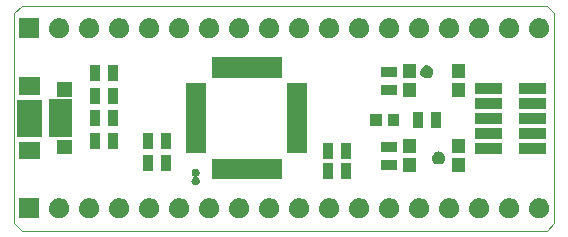
<source format=gts>
G04 #@! TF.FileFunction,Soldermask,Top*
%FSLAX46Y46*%
G04 Gerber Fmt 4.6, Leading zero omitted, Abs format (unit mm)*
G04 Created by KiCad (PCBNEW 4.0.0-stable) date 03/01/2016 13:37:16*
%MOMM*%
G01*
G04 APERTURE LIST*
%ADD10C,0.150000*%
%ADD11C,0.101600*%
G04 APERTURE END LIST*
D10*
D11*
X635000Y0D02*
X45085000Y0D01*
X635000Y19050000D02*
X45085000Y19050000D01*
X45720000Y635000D02*
X45085000Y0D01*
X45720000Y18415000D02*
X45720000Y635000D01*
X45085000Y19050000D02*
X45720000Y18415000D01*
X0Y18415000D02*
X635000Y19050000D01*
X0Y635000D02*
X0Y18415000D01*
X635000Y0D02*
X0Y635000D01*
D10*
G36*
X24219279Y2754436D02*
X24382570Y2720917D01*
X24536236Y2656322D01*
X24674433Y2563108D01*
X24791893Y2444824D01*
X24884140Y2305982D01*
X24947661Y2151868D01*
X24979971Y1988691D01*
X24979971Y1988681D01*
X24980037Y1988347D01*
X24977378Y1797951D01*
X24977302Y1797617D01*
X24977302Y1797605D01*
X24940451Y1635401D01*
X24872649Y1483117D01*
X24776562Y1346905D01*
X24655843Y1231946D01*
X24515102Y1142630D01*
X24359688Y1082347D01*
X24195529Y1053402D01*
X24028872Y1056893D01*
X23866062Y1092689D01*
X23713315Y1159423D01*
X23576429Y1254561D01*
X23460634Y1374470D01*
X23370337Y1514583D01*
X23308972Y1669572D01*
X23278880Y1833533D01*
X23281208Y2000209D01*
X23315864Y2163256D01*
X23381534Y2316473D01*
X23475710Y2454014D01*
X23594810Y2570646D01*
X23734292Y2661921D01*
X23888848Y2724365D01*
X24052586Y2755600D01*
X24219279Y2754436D01*
X24219279Y2754436D01*
G37*
G36*
X44539279Y2754436D02*
X44702570Y2720917D01*
X44856236Y2656322D01*
X44994433Y2563108D01*
X45111893Y2444824D01*
X45204140Y2305982D01*
X45267661Y2151868D01*
X45299971Y1988691D01*
X45299971Y1988681D01*
X45300037Y1988347D01*
X45297378Y1797951D01*
X45297302Y1797617D01*
X45297302Y1797605D01*
X45260451Y1635401D01*
X45192649Y1483117D01*
X45096562Y1346905D01*
X44975843Y1231946D01*
X44835102Y1142630D01*
X44679688Y1082347D01*
X44515529Y1053402D01*
X44348872Y1056893D01*
X44186062Y1092689D01*
X44033315Y1159423D01*
X43896429Y1254561D01*
X43780634Y1374470D01*
X43690337Y1514583D01*
X43628972Y1669572D01*
X43598880Y1833533D01*
X43601208Y2000209D01*
X43635864Y2163256D01*
X43701534Y2316473D01*
X43795710Y2454014D01*
X43914810Y2570646D01*
X44054292Y2661921D01*
X44208848Y2724365D01*
X44372586Y2755600D01*
X44539279Y2754436D01*
X44539279Y2754436D01*
G37*
G36*
X3899279Y2754436D02*
X4062570Y2720917D01*
X4216236Y2656322D01*
X4354433Y2563108D01*
X4471893Y2444824D01*
X4564140Y2305982D01*
X4627661Y2151868D01*
X4659971Y1988691D01*
X4659971Y1988681D01*
X4660037Y1988347D01*
X4657378Y1797951D01*
X4657302Y1797617D01*
X4657302Y1797605D01*
X4620451Y1635401D01*
X4552649Y1483117D01*
X4456562Y1346905D01*
X4335843Y1231946D01*
X4195102Y1142630D01*
X4039688Y1082347D01*
X3875529Y1053402D01*
X3708872Y1056893D01*
X3546062Y1092689D01*
X3393315Y1159423D01*
X3256429Y1254561D01*
X3140634Y1374470D01*
X3050337Y1514583D01*
X2988972Y1669572D01*
X2958880Y1833533D01*
X2961208Y2000209D01*
X2995864Y2163256D01*
X3061534Y2316473D01*
X3155710Y2454014D01*
X3274810Y2570646D01*
X3414292Y2661921D01*
X3568848Y2724365D01*
X3732586Y2755600D01*
X3899279Y2754436D01*
X3899279Y2754436D01*
G37*
G36*
X41999279Y2754436D02*
X42162570Y2720917D01*
X42316236Y2656322D01*
X42454433Y2563108D01*
X42571893Y2444824D01*
X42664140Y2305982D01*
X42727661Y2151868D01*
X42759971Y1988691D01*
X42759971Y1988681D01*
X42760037Y1988347D01*
X42757378Y1797951D01*
X42757302Y1797617D01*
X42757302Y1797605D01*
X42720451Y1635401D01*
X42652649Y1483117D01*
X42556562Y1346905D01*
X42435843Y1231946D01*
X42295102Y1142630D01*
X42139688Y1082347D01*
X41975529Y1053402D01*
X41808872Y1056893D01*
X41646062Y1092689D01*
X41493315Y1159423D01*
X41356429Y1254561D01*
X41240634Y1374470D01*
X41150337Y1514583D01*
X41088972Y1669572D01*
X41058880Y1833533D01*
X41061208Y2000209D01*
X41095864Y2163256D01*
X41161534Y2316473D01*
X41255710Y2454014D01*
X41374810Y2570646D01*
X41514292Y2661921D01*
X41668848Y2724365D01*
X41832586Y2755600D01*
X41999279Y2754436D01*
X41999279Y2754436D01*
G37*
G36*
X39459279Y2754436D02*
X39622570Y2720917D01*
X39776236Y2656322D01*
X39914433Y2563108D01*
X40031893Y2444824D01*
X40124140Y2305982D01*
X40187661Y2151868D01*
X40219971Y1988691D01*
X40219971Y1988681D01*
X40220037Y1988347D01*
X40217378Y1797951D01*
X40217302Y1797617D01*
X40217302Y1797605D01*
X40180451Y1635401D01*
X40112649Y1483117D01*
X40016562Y1346905D01*
X39895843Y1231946D01*
X39755102Y1142630D01*
X39599688Y1082347D01*
X39435529Y1053402D01*
X39268872Y1056893D01*
X39106062Y1092689D01*
X38953315Y1159423D01*
X38816429Y1254561D01*
X38700634Y1374470D01*
X38610337Y1514583D01*
X38548972Y1669572D01*
X38518880Y1833533D01*
X38521208Y2000209D01*
X38555864Y2163256D01*
X38621534Y2316473D01*
X38715710Y2454014D01*
X38834810Y2570646D01*
X38974292Y2661921D01*
X39128848Y2724365D01*
X39292586Y2755600D01*
X39459279Y2754436D01*
X39459279Y2754436D01*
G37*
G36*
X36919279Y2754436D02*
X37082570Y2720917D01*
X37236236Y2656322D01*
X37374433Y2563108D01*
X37491893Y2444824D01*
X37584140Y2305982D01*
X37647661Y2151868D01*
X37679971Y1988691D01*
X37679971Y1988681D01*
X37680037Y1988347D01*
X37677378Y1797951D01*
X37677302Y1797617D01*
X37677302Y1797605D01*
X37640451Y1635401D01*
X37572649Y1483117D01*
X37476562Y1346905D01*
X37355843Y1231946D01*
X37215102Y1142630D01*
X37059688Y1082347D01*
X36895529Y1053402D01*
X36728872Y1056893D01*
X36566062Y1092689D01*
X36413315Y1159423D01*
X36276429Y1254561D01*
X36160634Y1374470D01*
X36070337Y1514583D01*
X36008972Y1669572D01*
X35978880Y1833533D01*
X35981208Y2000209D01*
X36015864Y2163256D01*
X36081534Y2316473D01*
X36175710Y2454014D01*
X36294810Y2570646D01*
X36434292Y2661921D01*
X36588848Y2724365D01*
X36752586Y2755600D01*
X36919279Y2754436D01*
X36919279Y2754436D01*
G37*
G36*
X34379279Y2754436D02*
X34542570Y2720917D01*
X34696236Y2656322D01*
X34834433Y2563108D01*
X34951893Y2444824D01*
X35044140Y2305982D01*
X35107661Y2151868D01*
X35139971Y1988691D01*
X35139971Y1988681D01*
X35140037Y1988347D01*
X35137378Y1797951D01*
X35137302Y1797617D01*
X35137302Y1797605D01*
X35100451Y1635401D01*
X35032649Y1483117D01*
X34936562Y1346905D01*
X34815843Y1231946D01*
X34675102Y1142630D01*
X34519688Y1082347D01*
X34355529Y1053402D01*
X34188872Y1056893D01*
X34026062Y1092689D01*
X33873315Y1159423D01*
X33736429Y1254561D01*
X33620634Y1374470D01*
X33530337Y1514583D01*
X33468972Y1669572D01*
X33438880Y1833533D01*
X33441208Y2000209D01*
X33475864Y2163256D01*
X33541534Y2316473D01*
X33635710Y2454014D01*
X33754810Y2570646D01*
X33894292Y2661921D01*
X34048848Y2724365D01*
X34212586Y2755600D01*
X34379279Y2754436D01*
X34379279Y2754436D01*
G37*
G36*
X31839278Y2754436D02*
X32002569Y2720917D01*
X32156235Y2656322D01*
X32294432Y2563108D01*
X32411892Y2444824D01*
X32504139Y2305982D01*
X32567660Y2151868D01*
X32599970Y1988691D01*
X32599970Y1988681D01*
X32600036Y1988347D01*
X32597377Y1797951D01*
X32597301Y1797617D01*
X32597301Y1797605D01*
X32560450Y1635401D01*
X32492648Y1483117D01*
X32396561Y1346905D01*
X32275842Y1231946D01*
X32135101Y1142630D01*
X31979687Y1082347D01*
X31815528Y1053402D01*
X31648871Y1056893D01*
X31486061Y1092689D01*
X31333314Y1159423D01*
X31196428Y1254561D01*
X31080633Y1374470D01*
X30990336Y1514583D01*
X30928971Y1669572D01*
X30898879Y1833533D01*
X30901207Y2000209D01*
X30935863Y2163256D01*
X31001533Y2316473D01*
X31095709Y2454014D01*
X31214809Y2570646D01*
X31354291Y2661921D01*
X31508847Y2724365D01*
X31672585Y2755600D01*
X31839278Y2754436D01*
X31839278Y2754436D01*
G37*
G36*
X29299279Y2754436D02*
X29462570Y2720917D01*
X29616236Y2656322D01*
X29754433Y2563108D01*
X29871893Y2444824D01*
X29964140Y2305982D01*
X30027661Y2151868D01*
X30059971Y1988691D01*
X30059971Y1988681D01*
X30060037Y1988347D01*
X30057378Y1797951D01*
X30057302Y1797617D01*
X30057302Y1797605D01*
X30020451Y1635401D01*
X29952649Y1483117D01*
X29856562Y1346905D01*
X29735843Y1231946D01*
X29595102Y1142630D01*
X29439688Y1082347D01*
X29275529Y1053402D01*
X29108872Y1056893D01*
X28946062Y1092689D01*
X28793315Y1159423D01*
X28656429Y1254561D01*
X28540634Y1374470D01*
X28450337Y1514583D01*
X28388972Y1669572D01*
X28358880Y1833533D01*
X28361208Y2000209D01*
X28395864Y2163256D01*
X28461534Y2316473D01*
X28555710Y2454014D01*
X28674810Y2570646D01*
X28814292Y2661921D01*
X28968848Y2724365D01*
X29132586Y2755600D01*
X29299279Y2754436D01*
X29299279Y2754436D01*
G37*
G36*
X21679279Y2754436D02*
X21842570Y2720917D01*
X21996236Y2656322D01*
X22134433Y2563108D01*
X22251893Y2444824D01*
X22344140Y2305982D01*
X22407661Y2151868D01*
X22439971Y1988691D01*
X22439971Y1988681D01*
X22440037Y1988347D01*
X22437378Y1797951D01*
X22437302Y1797617D01*
X22437302Y1797605D01*
X22400451Y1635401D01*
X22332649Y1483117D01*
X22236562Y1346905D01*
X22115843Y1231946D01*
X21975102Y1142630D01*
X21819688Y1082347D01*
X21655529Y1053402D01*
X21488872Y1056893D01*
X21326062Y1092689D01*
X21173315Y1159423D01*
X21036429Y1254561D01*
X20920634Y1374470D01*
X20830337Y1514583D01*
X20768972Y1669572D01*
X20738880Y1833533D01*
X20741208Y2000209D01*
X20775864Y2163256D01*
X20841534Y2316473D01*
X20935710Y2454014D01*
X21054810Y2570646D01*
X21194292Y2661921D01*
X21348848Y2724365D01*
X21512586Y2755600D01*
X21679279Y2754436D01*
X21679279Y2754436D01*
G37*
G36*
X26759279Y2754436D02*
X26922570Y2720917D01*
X27076236Y2656322D01*
X27214433Y2563108D01*
X27331893Y2444824D01*
X27424140Y2305982D01*
X27487661Y2151868D01*
X27519971Y1988691D01*
X27519971Y1988681D01*
X27520037Y1988347D01*
X27517378Y1797951D01*
X27517302Y1797617D01*
X27517302Y1797605D01*
X27480451Y1635401D01*
X27412649Y1483117D01*
X27316562Y1346905D01*
X27195843Y1231946D01*
X27055102Y1142630D01*
X26899688Y1082347D01*
X26735529Y1053402D01*
X26568872Y1056893D01*
X26406062Y1092689D01*
X26253315Y1159423D01*
X26116429Y1254561D01*
X26000634Y1374470D01*
X25910337Y1514583D01*
X25848972Y1669572D01*
X25818880Y1833533D01*
X25821208Y2000209D01*
X25855864Y2163256D01*
X25921534Y2316473D01*
X26015710Y2454014D01*
X26134810Y2570646D01*
X26274292Y2661921D01*
X26428848Y2724365D01*
X26592586Y2755600D01*
X26759279Y2754436D01*
X26759279Y2754436D01*
G37*
G36*
X6439279Y2754436D02*
X6602570Y2720917D01*
X6756236Y2656322D01*
X6894433Y2563108D01*
X7011893Y2444824D01*
X7104140Y2305982D01*
X7167661Y2151868D01*
X7199971Y1988691D01*
X7199971Y1988681D01*
X7200037Y1988347D01*
X7197378Y1797951D01*
X7197302Y1797617D01*
X7197302Y1797605D01*
X7160451Y1635401D01*
X7092649Y1483117D01*
X6996562Y1346905D01*
X6875843Y1231946D01*
X6735102Y1142630D01*
X6579688Y1082347D01*
X6415529Y1053402D01*
X6248872Y1056893D01*
X6086062Y1092689D01*
X5933315Y1159423D01*
X5796429Y1254561D01*
X5680634Y1374470D01*
X5590337Y1514583D01*
X5528972Y1669572D01*
X5498880Y1833533D01*
X5501208Y2000209D01*
X5535864Y2163256D01*
X5601534Y2316473D01*
X5695710Y2454014D01*
X5814810Y2570646D01*
X5954292Y2661921D01*
X6108848Y2724365D01*
X6272586Y2755600D01*
X6439279Y2754436D01*
X6439279Y2754436D01*
G37*
G36*
X8979279Y2754436D02*
X9142570Y2720917D01*
X9296236Y2656322D01*
X9434433Y2563108D01*
X9551893Y2444824D01*
X9644140Y2305982D01*
X9707661Y2151868D01*
X9739971Y1988691D01*
X9739971Y1988681D01*
X9740037Y1988347D01*
X9737378Y1797951D01*
X9737302Y1797617D01*
X9737302Y1797605D01*
X9700451Y1635401D01*
X9632649Y1483117D01*
X9536562Y1346905D01*
X9415843Y1231946D01*
X9275102Y1142630D01*
X9119688Y1082347D01*
X8955529Y1053402D01*
X8788872Y1056893D01*
X8626062Y1092689D01*
X8473315Y1159423D01*
X8336429Y1254561D01*
X8220634Y1374470D01*
X8130337Y1514583D01*
X8068972Y1669572D01*
X8038880Y1833533D01*
X8041208Y2000209D01*
X8075864Y2163256D01*
X8141534Y2316473D01*
X8235710Y2454014D01*
X8354810Y2570646D01*
X8494292Y2661921D01*
X8648848Y2724365D01*
X8812586Y2755600D01*
X8979279Y2754436D01*
X8979279Y2754436D01*
G37*
G36*
X11519279Y2754436D02*
X11682570Y2720917D01*
X11836236Y2656322D01*
X11974433Y2563108D01*
X12091893Y2444824D01*
X12184140Y2305982D01*
X12247661Y2151868D01*
X12279971Y1988691D01*
X12279971Y1988681D01*
X12280037Y1988347D01*
X12277378Y1797951D01*
X12277302Y1797617D01*
X12277302Y1797605D01*
X12240451Y1635401D01*
X12172649Y1483117D01*
X12076562Y1346905D01*
X11955843Y1231946D01*
X11815102Y1142630D01*
X11659688Y1082347D01*
X11495529Y1053402D01*
X11328872Y1056893D01*
X11166062Y1092689D01*
X11013315Y1159423D01*
X10876429Y1254561D01*
X10760634Y1374470D01*
X10670337Y1514583D01*
X10608972Y1669572D01*
X10578880Y1833533D01*
X10581208Y2000209D01*
X10615864Y2163256D01*
X10681534Y2316473D01*
X10775710Y2454014D01*
X10894810Y2570646D01*
X11034292Y2661921D01*
X11188848Y2724365D01*
X11352586Y2755600D01*
X11519279Y2754436D01*
X11519279Y2754436D01*
G37*
G36*
X14059280Y2754436D02*
X14222571Y2720917D01*
X14376237Y2656322D01*
X14514434Y2563108D01*
X14631894Y2444824D01*
X14724141Y2305982D01*
X14787662Y2151868D01*
X14819972Y1988691D01*
X14819972Y1988681D01*
X14820038Y1988347D01*
X14817379Y1797951D01*
X14817303Y1797617D01*
X14817303Y1797605D01*
X14780452Y1635401D01*
X14712650Y1483117D01*
X14616563Y1346905D01*
X14495844Y1231946D01*
X14355103Y1142630D01*
X14199689Y1082347D01*
X14035530Y1053402D01*
X13868873Y1056893D01*
X13706063Y1092689D01*
X13553316Y1159423D01*
X13416430Y1254561D01*
X13300635Y1374470D01*
X13210338Y1514583D01*
X13148973Y1669572D01*
X13118881Y1833533D01*
X13121209Y2000209D01*
X13155865Y2163256D01*
X13221535Y2316473D01*
X13315711Y2454014D01*
X13434811Y2570646D01*
X13574293Y2661921D01*
X13728849Y2724365D01*
X13892587Y2755600D01*
X14059280Y2754436D01*
X14059280Y2754436D01*
G37*
G36*
X16599279Y2754436D02*
X16762570Y2720917D01*
X16916236Y2656322D01*
X17054433Y2563108D01*
X17171893Y2444824D01*
X17264140Y2305982D01*
X17327661Y2151868D01*
X17359971Y1988691D01*
X17359971Y1988681D01*
X17360037Y1988347D01*
X17357378Y1797951D01*
X17357302Y1797617D01*
X17357302Y1797605D01*
X17320451Y1635401D01*
X17252649Y1483117D01*
X17156562Y1346905D01*
X17035843Y1231946D01*
X16895102Y1142630D01*
X16739688Y1082347D01*
X16575529Y1053402D01*
X16408872Y1056893D01*
X16246062Y1092689D01*
X16093315Y1159423D01*
X15956429Y1254561D01*
X15840634Y1374470D01*
X15750337Y1514583D01*
X15688972Y1669572D01*
X15658880Y1833533D01*
X15661208Y2000209D01*
X15695864Y2163256D01*
X15761534Y2316473D01*
X15855710Y2454014D01*
X15974810Y2570646D01*
X16114292Y2661921D01*
X16268848Y2724365D01*
X16432586Y2755600D01*
X16599279Y2754436D01*
X16599279Y2754436D01*
G37*
G36*
X19139279Y2754436D02*
X19302570Y2720917D01*
X19456236Y2656322D01*
X19594433Y2563108D01*
X19711893Y2444824D01*
X19804140Y2305982D01*
X19867661Y2151868D01*
X19899971Y1988691D01*
X19899971Y1988681D01*
X19900037Y1988347D01*
X19897378Y1797951D01*
X19897302Y1797617D01*
X19897302Y1797605D01*
X19860451Y1635401D01*
X19792649Y1483117D01*
X19696562Y1346905D01*
X19575843Y1231946D01*
X19435102Y1142630D01*
X19279688Y1082347D01*
X19115529Y1053402D01*
X18948872Y1056893D01*
X18786062Y1092689D01*
X18633315Y1159423D01*
X18496429Y1254561D01*
X18380634Y1374470D01*
X18290337Y1514583D01*
X18228972Y1669572D01*
X18198880Y1833533D01*
X18201208Y2000209D01*
X18235864Y2163256D01*
X18301534Y2316473D01*
X18395710Y2454014D01*
X18514810Y2570646D01*
X18654292Y2661921D01*
X18808848Y2724365D01*
X18972586Y2755600D01*
X19139279Y2754436D01*
X19139279Y2754436D01*
G37*
G36*
X2120000Y1055000D02*
X420000Y1055000D01*
X420000Y2755000D01*
X2120000Y2755000D01*
X2120000Y1055000D01*
X2120000Y1055000D01*
G37*
G36*
X15432327Y5266552D02*
X15432336Y5266549D01*
X15432377Y5266545D01*
X15497630Y5246346D01*
X15557718Y5213857D01*
X15610350Y5170316D01*
X15653522Y5117381D01*
X15685591Y5057069D01*
X15705334Y4991676D01*
X15712000Y4923694D01*
X15712000Y4920306D01*
X15711966Y4915419D01*
X15704352Y4847537D01*
X15683697Y4782426D01*
X15650790Y4722568D01*
X15606882Y4670241D01*
X15553647Y4627438D01*
X15532053Y4616149D01*
X15520769Y4608044D01*
X15512080Y4596978D01*
X15506819Y4583929D01*
X15505401Y4569931D01*
X15507940Y4556092D01*
X15514233Y4543508D01*
X15523783Y4533176D01*
X15531350Y4528114D01*
X15557718Y4513857D01*
X15610350Y4470316D01*
X15653522Y4417381D01*
X15685591Y4357069D01*
X15705334Y4291676D01*
X15712000Y4223694D01*
X15712000Y4220306D01*
X15711966Y4215419D01*
X15704352Y4147537D01*
X15683697Y4082426D01*
X15650790Y4022568D01*
X15606882Y3970241D01*
X15553647Y3927438D01*
X15493112Y3895792D01*
X15427583Y3876505D01*
X15427546Y3876502D01*
X15427537Y3876499D01*
X15359559Y3870313D01*
X15291673Y3877448D01*
X15291664Y3877451D01*
X15291623Y3877455D01*
X15226370Y3897654D01*
X15166282Y3930143D01*
X15113650Y3973684D01*
X15070478Y4026619D01*
X15038409Y4086931D01*
X15018666Y4152324D01*
X15012000Y4220306D01*
X15012000Y4223694D01*
X15012034Y4228581D01*
X15019648Y4296463D01*
X15040303Y4361574D01*
X15073210Y4421432D01*
X15117118Y4473759D01*
X15170353Y4516562D01*
X15191947Y4527851D01*
X15203231Y4535956D01*
X15211920Y4547022D01*
X15217181Y4560071D01*
X15218599Y4574069D01*
X15216060Y4587908D01*
X15209767Y4600492D01*
X15200217Y4610824D01*
X15192650Y4615886D01*
X15166282Y4630143D01*
X15113650Y4673684D01*
X15070478Y4726619D01*
X15038409Y4786931D01*
X15018666Y4852324D01*
X15012000Y4920306D01*
X15012000Y4923694D01*
X15012034Y4928581D01*
X15019648Y4996463D01*
X15040303Y5061574D01*
X15073210Y5121432D01*
X15117118Y5173759D01*
X15170353Y5216562D01*
X15230888Y5248208D01*
X15296417Y5267495D01*
X15296454Y5267498D01*
X15296463Y5267501D01*
X15364441Y5273687D01*
X15432327Y5266552D01*
X15432327Y5266552D01*
G37*
G36*
X22657740Y4378020D02*
X16712260Y4378020D01*
X16712260Y6076620D01*
X22657740Y6076620D01*
X22657740Y4378020D01*
X22657740Y4378020D01*
G37*
G36*
X28484500Y4408500D02*
X27649500Y4408500D01*
X27649500Y5751500D01*
X28484500Y5751500D01*
X28484500Y4408500D01*
X28484500Y4408500D01*
G37*
G36*
X26960500Y4408500D02*
X26125500Y4408500D01*
X26125500Y5751500D01*
X26960500Y5751500D01*
X26960500Y4408500D01*
X26960500Y4408500D01*
G37*
G36*
X38160000Y4950000D02*
X37060000Y4950000D01*
X37060000Y6150000D01*
X38160000Y6150000D01*
X38160000Y4950000D01*
X38160000Y4950000D01*
G37*
G36*
X34060000Y4950000D02*
X32960000Y4950000D01*
X32960000Y6150000D01*
X34060000Y6150000D01*
X34060000Y4950000D01*
X34060000Y4950000D01*
G37*
G36*
X11720500Y5043500D02*
X10885500Y5043500D01*
X10885500Y6386500D01*
X11720500Y6386500D01*
X11720500Y5043500D01*
X11720500Y5043500D01*
G37*
G36*
X13244500Y5043500D02*
X12409500Y5043500D01*
X12409500Y6386500D01*
X13244500Y6386500D01*
X13244500Y5043500D01*
X13244500Y5043500D01*
G37*
G36*
X32421500Y5170500D02*
X31078500Y5170500D01*
X31078500Y6005500D01*
X32421500Y6005500D01*
X32421500Y5170500D01*
X32421500Y5170500D01*
G37*
G36*
X35992769Y6709635D02*
X36098428Y6687946D01*
X36197858Y6646150D01*
X36287283Y6585833D01*
X36363282Y6509300D01*
X36422975Y6419457D01*
X36464074Y6319741D01*
X36484958Y6214274D01*
X36484958Y6214259D01*
X36485023Y6213930D01*
X36483303Y6090733D01*
X36483227Y6090399D01*
X36483227Y6090388D01*
X36459409Y5985553D01*
X36415538Y5887017D01*
X36353365Y5798880D01*
X36275250Y5724493D01*
X36184184Y5666700D01*
X36083622Y5627694D01*
X35977402Y5608966D01*
X35869565Y5611224D01*
X35764216Y5634387D01*
X35665381Y5677567D01*
X35576806Y5739128D01*
X35501881Y5816715D01*
X35443452Y5907378D01*
X35403746Y6007663D01*
X35384274Y6113757D01*
X35385781Y6221606D01*
X35408205Y6327107D01*
X35450698Y6426248D01*
X35511636Y6515245D01*
X35588701Y6590713D01*
X35678953Y6649773D01*
X35778960Y6690178D01*
X35884907Y6710389D01*
X35992769Y6709635D01*
X35992769Y6709635D01*
G37*
G36*
X2170000Y6050000D02*
X370000Y6050000D01*
X370000Y7550000D01*
X2170000Y7550000D01*
X2170000Y6050000D01*
X2170000Y6050000D01*
G37*
G36*
X28484500Y6059500D02*
X27649500Y6059500D01*
X27649500Y7402500D01*
X28484500Y7402500D01*
X28484500Y6059500D01*
X28484500Y6059500D01*
G37*
G36*
X26960500Y6059500D02*
X26125500Y6059500D01*
X26125500Y7402500D01*
X26960500Y7402500D01*
X26960500Y6059500D01*
X26960500Y6059500D01*
G37*
G36*
X4894250Y6475490D02*
X3645230Y6475490D01*
X3645230Y7724510D01*
X4894250Y7724510D01*
X4894250Y6475490D01*
X4894250Y6475490D01*
G37*
G36*
X45028790Y6510350D02*
X42728210Y6510350D01*
X42728210Y7459650D01*
X45028790Y7459650D01*
X45028790Y6510350D01*
X45028790Y6510350D01*
G37*
G36*
X41282290Y6510350D02*
X38981710Y6510350D01*
X38981710Y7459650D01*
X41282290Y7459650D01*
X41282290Y6510350D01*
X41282290Y6510350D01*
G37*
G36*
X38160000Y6550000D02*
X37060000Y6550000D01*
X37060000Y7750000D01*
X38160000Y7750000D01*
X38160000Y6550000D01*
X38160000Y6550000D01*
G37*
G36*
X34060000Y6550000D02*
X32960000Y6550000D01*
X32960000Y7750000D01*
X34060000Y7750000D01*
X34060000Y6550000D01*
X34060000Y6550000D01*
G37*
G36*
X24831980Y6552260D02*
X23133380Y6552260D01*
X23133380Y12497740D01*
X24831980Y12497740D01*
X24831980Y6552260D01*
X24831980Y6552260D01*
G37*
G36*
X16236620Y6552260D02*
X14538020Y6552260D01*
X14538020Y12497740D01*
X16236620Y12497740D01*
X16236620Y6552260D01*
X16236620Y6552260D01*
G37*
G36*
X32421500Y6694500D02*
X31078500Y6694500D01*
X31078500Y7529500D01*
X32421500Y7529500D01*
X32421500Y6694500D01*
X32421500Y6694500D01*
G37*
G36*
X13244500Y6948500D02*
X12409500Y6948500D01*
X12409500Y8291500D01*
X13244500Y8291500D01*
X13244500Y6948500D01*
X13244500Y6948500D01*
G37*
G36*
X8799500Y6948500D02*
X7964500Y6948500D01*
X7964500Y8291500D01*
X8799500Y8291500D01*
X8799500Y6948500D01*
X8799500Y6948500D01*
G37*
G36*
X11720500Y6948500D02*
X10885500Y6948500D01*
X10885500Y8291500D01*
X11720500Y8291500D01*
X11720500Y6948500D01*
X11720500Y6948500D01*
G37*
G36*
X7275500Y6948500D02*
X6440500Y6948500D01*
X6440500Y8291500D01*
X7275500Y8291500D01*
X7275500Y6948500D01*
X7275500Y6948500D01*
G37*
G36*
X45028790Y7780350D02*
X42728210Y7780350D01*
X42728210Y8729650D01*
X45028790Y8729650D01*
X45028790Y7780350D01*
X45028790Y7780350D01*
G37*
G36*
X41282290Y7780350D02*
X38981710Y7780350D01*
X38981710Y8729650D01*
X41282290Y8729650D01*
X41282290Y7780350D01*
X41282290Y7780350D01*
G37*
G36*
X4894220Y7925130D02*
X2944220Y7925130D01*
X2944220Y11124870D01*
X4894220Y11124870D01*
X4894220Y7925130D01*
X4894220Y7925130D01*
G37*
G36*
X2319960Y7974660D02*
X220040Y7974660D01*
X220040Y11075340D01*
X2319960Y11075340D01*
X2319960Y7974660D01*
X2319960Y7974660D01*
G37*
G36*
X34580500Y8726500D02*
X33745500Y8726500D01*
X33745500Y10069500D01*
X34580500Y10069500D01*
X34580500Y8726500D01*
X34580500Y8726500D01*
G37*
G36*
X36104500Y8726500D02*
X35269500Y8726500D01*
X35269500Y10069500D01*
X36104500Y10069500D01*
X36104500Y8726500D01*
X36104500Y8726500D01*
G37*
G36*
X8799500Y8853500D02*
X7964500Y8853500D01*
X7964500Y10196500D01*
X8799500Y10196500D01*
X8799500Y8853500D01*
X8799500Y8853500D01*
G37*
G36*
X7275500Y8853500D02*
X6440500Y8853500D01*
X6440500Y10196500D01*
X7275500Y10196500D01*
X7275500Y8853500D01*
X7275500Y8853500D01*
G37*
G36*
X31118480Y8899220D02*
X30120920Y8899220D01*
X30120920Y9896780D01*
X31118480Y9896780D01*
X31118480Y8899220D01*
X31118480Y8899220D01*
G37*
G36*
X32617080Y8899220D02*
X31619520Y8899220D01*
X31619520Y9896780D01*
X32617080Y9896780D01*
X32617080Y8899220D01*
X32617080Y8899220D01*
G37*
G36*
X45028790Y9050350D02*
X42728210Y9050350D01*
X42728210Y9999650D01*
X45028790Y9999650D01*
X45028790Y9050350D01*
X45028790Y9050350D01*
G37*
G36*
X41282290Y9050350D02*
X38981710Y9050350D01*
X38981710Y9999650D01*
X41282290Y9999650D01*
X41282290Y9050350D01*
X41282290Y9050350D01*
G37*
G36*
X41282290Y10320350D02*
X38981710Y10320350D01*
X38981710Y11269650D01*
X41282290Y11269650D01*
X41282290Y10320350D01*
X41282290Y10320350D01*
G37*
G36*
X45028790Y10320350D02*
X42728210Y10320350D01*
X42728210Y11269650D01*
X45028790Y11269650D01*
X45028790Y10320350D01*
X45028790Y10320350D01*
G37*
G36*
X8799500Y10758500D02*
X7964500Y10758500D01*
X7964500Y12101500D01*
X8799500Y12101500D01*
X8799500Y10758500D01*
X8799500Y10758500D01*
G37*
G36*
X7275500Y10758500D02*
X6440500Y10758500D01*
X6440500Y12101500D01*
X7275500Y12101500D01*
X7275500Y10758500D01*
X7275500Y10758500D01*
G37*
G36*
X34060000Y11300000D02*
X32960000Y11300000D01*
X32960000Y12500000D01*
X34060000Y12500000D01*
X34060000Y11300000D01*
X34060000Y11300000D01*
G37*
G36*
X38160000Y11300000D02*
X37060000Y11300000D01*
X37060000Y12500000D01*
X38160000Y12500000D01*
X38160000Y11300000D01*
X38160000Y11300000D01*
G37*
G36*
X4894250Y11325490D02*
X3645230Y11325490D01*
X3645230Y12574510D01*
X4894250Y12574510D01*
X4894250Y11325490D01*
X4894250Y11325490D01*
G37*
G36*
X2170000Y11500000D02*
X370000Y11500000D01*
X370000Y13000000D01*
X2170000Y13000000D01*
X2170000Y11500000D01*
X2170000Y11500000D01*
G37*
G36*
X32421500Y11520500D02*
X31078500Y11520500D01*
X31078500Y12355500D01*
X32421500Y12355500D01*
X32421500Y11520500D01*
X32421500Y11520500D01*
G37*
G36*
X45028790Y11590350D02*
X42728210Y11590350D01*
X42728210Y12539650D01*
X45028790Y12539650D01*
X45028790Y11590350D01*
X45028790Y11590350D01*
G37*
G36*
X41282290Y11590350D02*
X38981710Y11590350D01*
X38981710Y12539650D01*
X41282290Y12539650D01*
X41282290Y11590350D01*
X41282290Y11590350D01*
G37*
G36*
X7275500Y12663500D02*
X6440500Y12663500D01*
X6440500Y14006500D01*
X7275500Y14006500D01*
X7275500Y12663500D01*
X7275500Y12663500D01*
G37*
G36*
X8799500Y12663500D02*
X7964500Y12663500D01*
X7964500Y14006500D01*
X8799500Y14006500D01*
X8799500Y12663500D01*
X8799500Y12663500D01*
G37*
G36*
X34060000Y12900000D02*
X32960000Y12900000D01*
X32960000Y14100000D01*
X34060000Y14100000D01*
X34060000Y12900000D01*
X34060000Y12900000D01*
G37*
G36*
X38160000Y12900000D02*
X37060000Y12900000D01*
X37060000Y14100000D01*
X38160000Y14100000D01*
X38160000Y12900000D01*
X38160000Y12900000D01*
G37*
G36*
X34992769Y14009635D02*
X35098428Y13987946D01*
X35197858Y13946150D01*
X35287283Y13885833D01*
X35363282Y13809300D01*
X35422975Y13719457D01*
X35464074Y13619741D01*
X35484958Y13514274D01*
X35484958Y13514259D01*
X35485023Y13513930D01*
X35483303Y13390733D01*
X35483227Y13390399D01*
X35483227Y13390388D01*
X35459409Y13285553D01*
X35415538Y13187017D01*
X35353365Y13098880D01*
X35275250Y13024493D01*
X35184184Y12966700D01*
X35083622Y12927694D01*
X34977402Y12908966D01*
X34869565Y12911224D01*
X34764216Y12934387D01*
X34665381Y12977567D01*
X34576806Y13039128D01*
X34501881Y13116715D01*
X34443452Y13207378D01*
X34403746Y13307663D01*
X34384274Y13413757D01*
X34385781Y13521606D01*
X34408205Y13627107D01*
X34450698Y13726248D01*
X34511636Y13815245D01*
X34588701Y13890713D01*
X34678953Y13949773D01*
X34778960Y13990178D01*
X34884907Y14010389D01*
X34992769Y14009635D01*
X34992769Y14009635D01*
G37*
G36*
X22657740Y12973380D02*
X16712260Y12973380D01*
X16712260Y14671980D01*
X22657740Y14671980D01*
X22657740Y12973380D01*
X22657740Y12973380D01*
G37*
G36*
X32421500Y13044500D02*
X31078500Y13044500D01*
X31078500Y13879500D01*
X32421500Y13879500D01*
X32421500Y13044500D01*
X32421500Y13044500D01*
G37*
G36*
X21679279Y17994436D02*
X21842570Y17960917D01*
X21996236Y17896322D01*
X22134433Y17803108D01*
X22251893Y17684824D01*
X22344140Y17545982D01*
X22407661Y17391868D01*
X22439971Y17228691D01*
X22439971Y17228681D01*
X22440037Y17228347D01*
X22437378Y17037951D01*
X22437302Y17037617D01*
X22437302Y17037605D01*
X22400451Y16875401D01*
X22332649Y16723117D01*
X22236562Y16586905D01*
X22115843Y16471946D01*
X21975102Y16382630D01*
X21819688Y16322347D01*
X21655529Y16293402D01*
X21488872Y16296893D01*
X21326062Y16332689D01*
X21173315Y16399423D01*
X21036429Y16494561D01*
X20920634Y16614470D01*
X20830337Y16754583D01*
X20768972Y16909572D01*
X20738880Y17073533D01*
X20741208Y17240209D01*
X20775864Y17403256D01*
X20841534Y17556473D01*
X20935710Y17694014D01*
X21054810Y17810646D01*
X21194292Y17901921D01*
X21348848Y17964365D01*
X21512586Y17995600D01*
X21679279Y17994436D01*
X21679279Y17994436D01*
G37*
G36*
X34379279Y17994436D02*
X34542570Y17960917D01*
X34696236Y17896322D01*
X34834433Y17803108D01*
X34951893Y17684824D01*
X35044140Y17545982D01*
X35107661Y17391868D01*
X35139971Y17228691D01*
X35139971Y17228681D01*
X35140037Y17228347D01*
X35137378Y17037951D01*
X35137302Y17037617D01*
X35137302Y17037605D01*
X35100451Y16875401D01*
X35032649Y16723117D01*
X34936562Y16586905D01*
X34815843Y16471946D01*
X34675102Y16382630D01*
X34519688Y16322347D01*
X34355529Y16293402D01*
X34188872Y16296893D01*
X34026062Y16332689D01*
X33873315Y16399423D01*
X33736429Y16494561D01*
X33620634Y16614470D01*
X33530337Y16754583D01*
X33468972Y16909572D01*
X33438880Y17073533D01*
X33441208Y17240209D01*
X33475864Y17403256D01*
X33541534Y17556473D01*
X33635710Y17694014D01*
X33754810Y17810646D01*
X33894292Y17901921D01*
X34048848Y17964365D01*
X34212586Y17995600D01*
X34379279Y17994436D01*
X34379279Y17994436D01*
G37*
G36*
X31839278Y17994436D02*
X32002569Y17960917D01*
X32156235Y17896322D01*
X32294432Y17803108D01*
X32411892Y17684824D01*
X32504139Y17545982D01*
X32567660Y17391868D01*
X32599970Y17228691D01*
X32599970Y17228681D01*
X32600036Y17228347D01*
X32597377Y17037951D01*
X32597301Y17037617D01*
X32597301Y17037605D01*
X32560450Y16875401D01*
X32492648Y16723117D01*
X32396561Y16586905D01*
X32275842Y16471946D01*
X32135101Y16382630D01*
X31979687Y16322347D01*
X31815528Y16293402D01*
X31648871Y16296893D01*
X31486061Y16332689D01*
X31333314Y16399423D01*
X31196428Y16494561D01*
X31080633Y16614470D01*
X30990336Y16754583D01*
X30928971Y16909572D01*
X30898879Y17073533D01*
X30901207Y17240209D01*
X30935863Y17403256D01*
X31001533Y17556473D01*
X31095709Y17694014D01*
X31214809Y17810646D01*
X31354291Y17901921D01*
X31508847Y17964365D01*
X31672585Y17995600D01*
X31839278Y17994436D01*
X31839278Y17994436D01*
G37*
G36*
X26759279Y17994436D02*
X26922570Y17960917D01*
X27076236Y17896322D01*
X27214433Y17803108D01*
X27331893Y17684824D01*
X27424140Y17545982D01*
X27487661Y17391868D01*
X27519971Y17228691D01*
X27519971Y17228681D01*
X27520037Y17228347D01*
X27517378Y17037951D01*
X27517302Y17037617D01*
X27517302Y17037605D01*
X27480451Y16875401D01*
X27412649Y16723117D01*
X27316562Y16586905D01*
X27195843Y16471946D01*
X27055102Y16382630D01*
X26899688Y16322347D01*
X26735529Y16293402D01*
X26568872Y16296893D01*
X26406062Y16332689D01*
X26253315Y16399423D01*
X26116429Y16494561D01*
X26000634Y16614470D01*
X25910337Y16754583D01*
X25848972Y16909572D01*
X25818880Y17073533D01*
X25821208Y17240209D01*
X25855864Y17403256D01*
X25921534Y17556473D01*
X26015710Y17694014D01*
X26134810Y17810646D01*
X26274292Y17901921D01*
X26428848Y17964365D01*
X26592586Y17995600D01*
X26759279Y17994436D01*
X26759279Y17994436D01*
G37*
G36*
X8979279Y17994436D02*
X9142570Y17960917D01*
X9296236Y17896322D01*
X9434433Y17803108D01*
X9551893Y17684824D01*
X9644140Y17545982D01*
X9707661Y17391868D01*
X9739971Y17228691D01*
X9739971Y17228681D01*
X9740037Y17228347D01*
X9737378Y17037951D01*
X9737302Y17037617D01*
X9737302Y17037605D01*
X9700451Y16875401D01*
X9632649Y16723117D01*
X9536562Y16586905D01*
X9415843Y16471946D01*
X9275102Y16382630D01*
X9119688Y16322347D01*
X8955529Y16293402D01*
X8788872Y16296893D01*
X8626062Y16332689D01*
X8473315Y16399423D01*
X8336429Y16494561D01*
X8220634Y16614470D01*
X8130337Y16754583D01*
X8068972Y16909572D01*
X8038880Y17073533D01*
X8041208Y17240209D01*
X8075864Y17403256D01*
X8141534Y17556473D01*
X8235710Y17694014D01*
X8354810Y17810646D01*
X8494292Y17901921D01*
X8648848Y17964365D01*
X8812586Y17995600D01*
X8979279Y17994436D01*
X8979279Y17994436D01*
G37*
G36*
X39459279Y17994436D02*
X39622570Y17960917D01*
X39776236Y17896322D01*
X39914433Y17803108D01*
X40031893Y17684824D01*
X40124140Y17545982D01*
X40187661Y17391868D01*
X40219971Y17228691D01*
X40219971Y17228681D01*
X40220037Y17228347D01*
X40217378Y17037951D01*
X40217302Y17037617D01*
X40217302Y17037605D01*
X40180451Y16875401D01*
X40112649Y16723117D01*
X40016562Y16586905D01*
X39895843Y16471946D01*
X39755102Y16382630D01*
X39599688Y16322347D01*
X39435529Y16293402D01*
X39268872Y16296893D01*
X39106062Y16332689D01*
X38953315Y16399423D01*
X38816429Y16494561D01*
X38700634Y16614470D01*
X38610337Y16754583D01*
X38548972Y16909572D01*
X38518880Y17073533D01*
X38521208Y17240209D01*
X38555864Y17403256D01*
X38621534Y17556473D01*
X38715710Y17694014D01*
X38834810Y17810646D01*
X38974292Y17901921D01*
X39128848Y17964365D01*
X39292586Y17995600D01*
X39459279Y17994436D01*
X39459279Y17994436D01*
G37*
G36*
X41999279Y17994436D02*
X42162570Y17960917D01*
X42316236Y17896322D01*
X42454433Y17803108D01*
X42571893Y17684824D01*
X42664140Y17545982D01*
X42727661Y17391868D01*
X42759971Y17228691D01*
X42759971Y17228681D01*
X42760037Y17228347D01*
X42757378Y17037951D01*
X42757302Y17037617D01*
X42757302Y17037605D01*
X42720451Y16875401D01*
X42652649Y16723117D01*
X42556562Y16586905D01*
X42435843Y16471946D01*
X42295102Y16382630D01*
X42139688Y16322347D01*
X41975529Y16293402D01*
X41808872Y16296893D01*
X41646062Y16332689D01*
X41493315Y16399423D01*
X41356429Y16494561D01*
X41240634Y16614470D01*
X41150337Y16754583D01*
X41088972Y16909572D01*
X41058880Y17073533D01*
X41061208Y17240209D01*
X41095864Y17403256D01*
X41161534Y17556473D01*
X41255710Y17694014D01*
X41374810Y17810646D01*
X41514292Y17901921D01*
X41668848Y17964365D01*
X41832586Y17995600D01*
X41999279Y17994436D01*
X41999279Y17994436D01*
G37*
G36*
X24219279Y17994436D02*
X24382570Y17960917D01*
X24536236Y17896322D01*
X24674433Y17803108D01*
X24791893Y17684824D01*
X24884140Y17545982D01*
X24947661Y17391868D01*
X24979971Y17228691D01*
X24979971Y17228681D01*
X24980037Y17228347D01*
X24977378Y17037951D01*
X24977302Y17037617D01*
X24977302Y17037605D01*
X24940451Y16875401D01*
X24872649Y16723117D01*
X24776562Y16586905D01*
X24655843Y16471946D01*
X24515102Y16382630D01*
X24359688Y16322347D01*
X24195529Y16293402D01*
X24028872Y16296893D01*
X23866062Y16332689D01*
X23713315Y16399423D01*
X23576429Y16494561D01*
X23460634Y16614470D01*
X23370337Y16754583D01*
X23308972Y16909572D01*
X23278880Y17073533D01*
X23281208Y17240209D01*
X23315864Y17403256D01*
X23381534Y17556473D01*
X23475710Y17694014D01*
X23594810Y17810646D01*
X23734292Y17901921D01*
X23888848Y17964365D01*
X24052586Y17995600D01*
X24219279Y17994436D01*
X24219279Y17994436D01*
G37*
G36*
X29299279Y17994436D02*
X29462570Y17960917D01*
X29616236Y17896322D01*
X29754433Y17803108D01*
X29871893Y17684824D01*
X29964140Y17545982D01*
X30027661Y17391868D01*
X30059971Y17228691D01*
X30059971Y17228681D01*
X30060037Y17228347D01*
X30057378Y17037951D01*
X30057302Y17037617D01*
X30057302Y17037605D01*
X30020451Y16875401D01*
X29952649Y16723117D01*
X29856562Y16586905D01*
X29735843Y16471946D01*
X29595102Y16382630D01*
X29439688Y16322347D01*
X29275529Y16293402D01*
X29108872Y16296893D01*
X28946062Y16332689D01*
X28793315Y16399423D01*
X28656429Y16494561D01*
X28540634Y16614470D01*
X28450337Y16754583D01*
X28388972Y16909572D01*
X28358880Y17073533D01*
X28361208Y17240209D01*
X28395864Y17403256D01*
X28461534Y17556473D01*
X28555710Y17694014D01*
X28674810Y17810646D01*
X28814292Y17901921D01*
X28968848Y17964365D01*
X29132586Y17995600D01*
X29299279Y17994436D01*
X29299279Y17994436D01*
G37*
G36*
X3899279Y17994436D02*
X4062570Y17960917D01*
X4216236Y17896322D01*
X4354433Y17803108D01*
X4471893Y17684824D01*
X4564140Y17545982D01*
X4627661Y17391868D01*
X4659971Y17228691D01*
X4659971Y17228681D01*
X4660037Y17228347D01*
X4657378Y17037951D01*
X4657302Y17037617D01*
X4657302Y17037605D01*
X4620451Y16875401D01*
X4552649Y16723117D01*
X4456562Y16586905D01*
X4335843Y16471946D01*
X4195102Y16382630D01*
X4039688Y16322347D01*
X3875529Y16293402D01*
X3708872Y16296893D01*
X3546062Y16332689D01*
X3393315Y16399423D01*
X3256429Y16494561D01*
X3140634Y16614470D01*
X3050337Y16754583D01*
X2988972Y16909572D01*
X2958880Y17073533D01*
X2961208Y17240209D01*
X2995864Y17403256D01*
X3061534Y17556473D01*
X3155710Y17694014D01*
X3274810Y17810646D01*
X3414292Y17901921D01*
X3568848Y17964365D01*
X3732586Y17995600D01*
X3899279Y17994436D01*
X3899279Y17994436D01*
G37*
G36*
X19139279Y17994436D02*
X19302570Y17960917D01*
X19456236Y17896322D01*
X19594433Y17803108D01*
X19711893Y17684824D01*
X19804140Y17545982D01*
X19867661Y17391868D01*
X19899971Y17228691D01*
X19899971Y17228681D01*
X19900037Y17228347D01*
X19897378Y17037951D01*
X19897302Y17037617D01*
X19897302Y17037605D01*
X19860451Y16875401D01*
X19792649Y16723117D01*
X19696562Y16586905D01*
X19575843Y16471946D01*
X19435102Y16382630D01*
X19279688Y16322347D01*
X19115529Y16293402D01*
X18948872Y16296893D01*
X18786062Y16332689D01*
X18633315Y16399423D01*
X18496429Y16494561D01*
X18380634Y16614470D01*
X18290337Y16754583D01*
X18228972Y16909572D01*
X18198880Y17073533D01*
X18201208Y17240209D01*
X18235864Y17403256D01*
X18301534Y17556473D01*
X18395710Y17694014D01*
X18514810Y17810646D01*
X18654292Y17901921D01*
X18808848Y17964365D01*
X18972586Y17995600D01*
X19139279Y17994436D01*
X19139279Y17994436D01*
G37*
G36*
X16599279Y17994436D02*
X16762570Y17960917D01*
X16916236Y17896322D01*
X17054433Y17803108D01*
X17171893Y17684824D01*
X17264140Y17545982D01*
X17327661Y17391868D01*
X17359971Y17228691D01*
X17359971Y17228681D01*
X17360037Y17228347D01*
X17357378Y17037951D01*
X17357302Y17037617D01*
X17357302Y17037605D01*
X17320451Y16875401D01*
X17252649Y16723117D01*
X17156562Y16586905D01*
X17035843Y16471946D01*
X16895102Y16382630D01*
X16739688Y16322347D01*
X16575529Y16293402D01*
X16408872Y16296893D01*
X16246062Y16332689D01*
X16093315Y16399423D01*
X15956429Y16494561D01*
X15840634Y16614470D01*
X15750337Y16754583D01*
X15688972Y16909572D01*
X15658880Y17073533D01*
X15661208Y17240209D01*
X15695864Y17403256D01*
X15761534Y17556473D01*
X15855710Y17694014D01*
X15974810Y17810646D01*
X16114292Y17901921D01*
X16268848Y17964365D01*
X16432586Y17995600D01*
X16599279Y17994436D01*
X16599279Y17994436D01*
G37*
G36*
X14059280Y17994436D02*
X14222571Y17960917D01*
X14376237Y17896322D01*
X14514434Y17803108D01*
X14631894Y17684824D01*
X14724141Y17545982D01*
X14787662Y17391868D01*
X14819972Y17228691D01*
X14819972Y17228681D01*
X14820038Y17228347D01*
X14817379Y17037951D01*
X14817303Y17037617D01*
X14817303Y17037605D01*
X14780452Y16875401D01*
X14712650Y16723117D01*
X14616563Y16586905D01*
X14495844Y16471946D01*
X14355103Y16382630D01*
X14199689Y16322347D01*
X14035530Y16293402D01*
X13868873Y16296893D01*
X13706063Y16332689D01*
X13553316Y16399423D01*
X13416430Y16494561D01*
X13300635Y16614470D01*
X13210338Y16754583D01*
X13148973Y16909572D01*
X13118881Y17073533D01*
X13121209Y17240209D01*
X13155865Y17403256D01*
X13221535Y17556473D01*
X13315711Y17694014D01*
X13434811Y17810646D01*
X13574293Y17901921D01*
X13728849Y17964365D01*
X13892587Y17995600D01*
X14059280Y17994436D01*
X14059280Y17994436D01*
G37*
G36*
X11519279Y17994436D02*
X11682570Y17960917D01*
X11836236Y17896322D01*
X11974433Y17803108D01*
X12091893Y17684824D01*
X12184140Y17545982D01*
X12247661Y17391868D01*
X12279971Y17228691D01*
X12279971Y17228681D01*
X12280037Y17228347D01*
X12277378Y17037951D01*
X12277302Y17037617D01*
X12277302Y17037605D01*
X12240451Y16875401D01*
X12172649Y16723117D01*
X12076562Y16586905D01*
X11955843Y16471946D01*
X11815102Y16382630D01*
X11659688Y16322347D01*
X11495529Y16293402D01*
X11328872Y16296893D01*
X11166062Y16332689D01*
X11013315Y16399423D01*
X10876429Y16494561D01*
X10760634Y16614470D01*
X10670337Y16754583D01*
X10608972Y16909572D01*
X10578880Y17073533D01*
X10581208Y17240209D01*
X10615864Y17403256D01*
X10681534Y17556473D01*
X10775710Y17694014D01*
X10894810Y17810646D01*
X11034292Y17901921D01*
X11188848Y17964365D01*
X11352586Y17995600D01*
X11519279Y17994436D01*
X11519279Y17994436D01*
G37*
G36*
X6439279Y17994436D02*
X6602570Y17960917D01*
X6756236Y17896322D01*
X6894433Y17803108D01*
X7011893Y17684824D01*
X7104140Y17545982D01*
X7167661Y17391868D01*
X7199971Y17228691D01*
X7199971Y17228681D01*
X7200037Y17228347D01*
X7197378Y17037951D01*
X7197302Y17037617D01*
X7197302Y17037605D01*
X7160451Y16875401D01*
X7092649Y16723117D01*
X6996562Y16586905D01*
X6875843Y16471946D01*
X6735102Y16382630D01*
X6579688Y16322347D01*
X6415529Y16293402D01*
X6248872Y16296893D01*
X6086062Y16332689D01*
X5933315Y16399423D01*
X5796429Y16494561D01*
X5680634Y16614470D01*
X5590337Y16754583D01*
X5528972Y16909572D01*
X5498880Y17073533D01*
X5501208Y17240209D01*
X5535864Y17403256D01*
X5601534Y17556473D01*
X5695710Y17694014D01*
X5814810Y17810646D01*
X5954292Y17901921D01*
X6108848Y17964365D01*
X6272586Y17995600D01*
X6439279Y17994436D01*
X6439279Y17994436D01*
G37*
G36*
X44539279Y17994436D02*
X44702570Y17960917D01*
X44856236Y17896322D01*
X44994433Y17803108D01*
X45111893Y17684824D01*
X45204140Y17545982D01*
X45267661Y17391868D01*
X45299971Y17228691D01*
X45299971Y17228681D01*
X45300037Y17228347D01*
X45297378Y17037951D01*
X45297302Y17037617D01*
X45297302Y17037605D01*
X45260451Y16875401D01*
X45192649Y16723117D01*
X45096562Y16586905D01*
X44975843Y16471946D01*
X44835102Y16382630D01*
X44679688Y16322347D01*
X44515529Y16293402D01*
X44348872Y16296893D01*
X44186062Y16332689D01*
X44033315Y16399423D01*
X43896429Y16494561D01*
X43780634Y16614470D01*
X43690337Y16754583D01*
X43628972Y16909572D01*
X43598880Y17073533D01*
X43601208Y17240209D01*
X43635864Y17403256D01*
X43701534Y17556473D01*
X43795710Y17694014D01*
X43914810Y17810646D01*
X44054292Y17901921D01*
X44208848Y17964365D01*
X44372586Y17995600D01*
X44539279Y17994436D01*
X44539279Y17994436D01*
G37*
G36*
X36919279Y17994436D02*
X37082570Y17960917D01*
X37236236Y17896322D01*
X37374433Y17803108D01*
X37491893Y17684824D01*
X37584140Y17545982D01*
X37647661Y17391868D01*
X37679971Y17228691D01*
X37679971Y17228681D01*
X37680037Y17228347D01*
X37677378Y17037951D01*
X37677302Y17037617D01*
X37677302Y17037605D01*
X37640451Y16875401D01*
X37572649Y16723117D01*
X37476562Y16586905D01*
X37355843Y16471946D01*
X37215102Y16382630D01*
X37059688Y16322347D01*
X36895529Y16293402D01*
X36728872Y16296893D01*
X36566062Y16332689D01*
X36413315Y16399423D01*
X36276429Y16494561D01*
X36160634Y16614470D01*
X36070337Y16754583D01*
X36008972Y16909572D01*
X35978880Y17073533D01*
X35981208Y17240209D01*
X36015864Y17403256D01*
X36081534Y17556473D01*
X36175710Y17694014D01*
X36294810Y17810646D01*
X36434292Y17901921D01*
X36588848Y17964365D01*
X36752586Y17995600D01*
X36919279Y17994436D01*
X36919279Y17994436D01*
G37*
G36*
X2120000Y16295000D02*
X420000Y16295000D01*
X420000Y17995000D01*
X2120000Y17995000D01*
X2120000Y16295000D01*
X2120000Y16295000D01*
G37*
M02*

</source>
